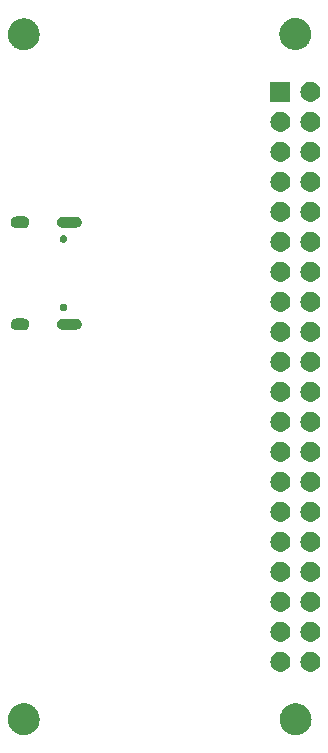
<source format=gbs>
G04 #@! TF.GenerationSoftware,KiCad,Pcbnew,7.0.2-0*
G04 #@! TF.CreationDate,2024-01-07T23:29:45+01:00*
G04 #@! TF.ProjectId,network_player,6e657477-6f72-46b5-9f70-6c617965722e,rev?*
G04 #@! TF.SameCoordinates,Original*
G04 #@! TF.FileFunction,Soldermask,Bot*
G04 #@! TF.FilePolarity,Negative*
%FSLAX46Y46*%
G04 Gerber Fmt 4.6, Leading zero omitted, Abs format (unit mm)*
G04 Created by KiCad (PCBNEW 7.0.2-0) date 2024-01-07 23:29:45*
%MOMM*%
%LPD*%
G01*
G04 APERTURE LIST*
G04 APERTURE END LIST*
G36*
X109046080Y-103988584D02*
G01*
X109102869Y-103988584D01*
X109165460Y-103999028D01*
X109225825Y-104004310D01*
X109273230Y-104017012D01*
X109322759Y-104025277D01*
X109389196Y-104048084D01*
X109453127Y-104065215D01*
X109492290Y-104083477D01*
X109533621Y-104097666D01*
X109601530Y-104134416D01*
X109666400Y-104164666D01*
X109696937Y-104186048D01*
X109729682Y-104203769D01*
X109796336Y-104255648D01*
X109859163Y-104299640D01*
X109881306Y-104321783D01*
X109905613Y-104340702D01*
X109968058Y-104408535D01*
X110025560Y-104466037D01*
X110040072Y-104486763D01*
X110056603Y-104504720D01*
X110111755Y-104589137D01*
X110160534Y-104658800D01*
X110168675Y-104676259D01*
X110178536Y-104691352D01*
X110223286Y-104793371D01*
X110259985Y-104872073D01*
X110263403Y-104884830D01*
X110268087Y-104895508D01*
X110299452Y-105019367D01*
X110320890Y-105099375D01*
X110321511Y-105106478D01*
X110322816Y-105111630D01*
X110338109Y-105296188D01*
X110341400Y-105333800D01*
X110338109Y-105371414D01*
X110322816Y-105555969D01*
X110321511Y-105561119D01*
X110320890Y-105568225D01*
X110299447Y-105648250D01*
X110268087Y-105772091D01*
X110263403Y-105782767D01*
X110259985Y-105795527D01*
X110223278Y-105874243D01*
X110178536Y-105976247D01*
X110168677Y-105991337D01*
X110160534Y-106008800D01*
X110111745Y-106078476D01*
X110056603Y-106162879D01*
X110040075Y-106180832D01*
X110025560Y-106201563D01*
X109968046Y-106259076D01*
X109905613Y-106326897D01*
X109881310Y-106345812D01*
X109859163Y-106367960D01*
X109796323Y-106411960D01*
X109729682Y-106463830D01*
X109696943Y-106481547D01*
X109666400Y-106502934D01*
X109601516Y-106533189D01*
X109533621Y-106569933D01*
X109492298Y-106584119D01*
X109453127Y-106602385D01*
X109389182Y-106619518D01*
X109322759Y-106642322D01*
X109273238Y-106650585D01*
X109225825Y-106663290D01*
X109165457Y-106668571D01*
X109102869Y-106679016D01*
X109046080Y-106679016D01*
X108991400Y-106683800D01*
X108936720Y-106679016D01*
X108879931Y-106679016D01*
X108817342Y-106668571D01*
X108756975Y-106663290D01*
X108709563Y-106650586D01*
X108660040Y-106642322D01*
X108593612Y-106619517D01*
X108529673Y-106602385D01*
X108490504Y-106584120D01*
X108449178Y-106569933D01*
X108381275Y-106533186D01*
X108316400Y-106502934D01*
X108285859Y-106481549D01*
X108253117Y-106463830D01*
X108186466Y-106411953D01*
X108123637Y-106367960D01*
X108101492Y-106345815D01*
X108077186Y-106326897D01*
X108014740Y-106259063D01*
X107957240Y-106201563D01*
X107942727Y-106180836D01*
X107926196Y-106162879D01*
X107871039Y-106078455D01*
X107822266Y-106008800D01*
X107814125Y-105991342D01*
X107804263Y-105976247D01*
X107759504Y-105874207D01*
X107722815Y-105795527D01*
X107719397Y-105782773D01*
X107714712Y-105772091D01*
X107683334Y-105648182D01*
X107661910Y-105568225D01*
X107661288Y-105561125D01*
X107659983Y-105555969D01*
X107644672Y-105371198D01*
X107641400Y-105333800D01*
X107644671Y-105296404D01*
X107659983Y-105111630D01*
X107661289Y-105106472D01*
X107661910Y-105099375D01*
X107683329Y-105019435D01*
X107714712Y-104895508D01*
X107719398Y-104884824D01*
X107722815Y-104872073D01*
X107759497Y-104793408D01*
X107804263Y-104691352D01*
X107814127Y-104676253D01*
X107822266Y-104658800D01*
X107871029Y-104589158D01*
X107926196Y-104504720D01*
X107942730Y-104486759D01*
X107957240Y-104466037D01*
X108014729Y-104408547D01*
X108077186Y-104340702D01*
X108101497Y-104321779D01*
X108123637Y-104299640D01*
X108186453Y-104255655D01*
X108253117Y-104203769D01*
X108285866Y-104186046D01*
X108316400Y-104164666D01*
X108381262Y-104134420D01*
X108449178Y-104097666D01*
X108490512Y-104083475D01*
X108529673Y-104065215D01*
X108593599Y-104048086D01*
X108660040Y-104025277D01*
X108709570Y-104017011D01*
X108756975Y-104004310D01*
X108817338Y-103999028D01*
X108879931Y-103988584D01*
X108936720Y-103988584D01*
X108991400Y-103983800D01*
X109046080Y-103988584D01*
G37*
G36*
X132058480Y-103988584D02*
G01*
X132115269Y-103988584D01*
X132177860Y-103999028D01*
X132238225Y-104004310D01*
X132285630Y-104017012D01*
X132335159Y-104025277D01*
X132401596Y-104048084D01*
X132465527Y-104065215D01*
X132504690Y-104083477D01*
X132546021Y-104097666D01*
X132613930Y-104134416D01*
X132678800Y-104164666D01*
X132709337Y-104186048D01*
X132742082Y-104203769D01*
X132808736Y-104255648D01*
X132871563Y-104299640D01*
X132893706Y-104321783D01*
X132918013Y-104340702D01*
X132980458Y-104408535D01*
X133037960Y-104466037D01*
X133052472Y-104486763D01*
X133069003Y-104504720D01*
X133124155Y-104589137D01*
X133172934Y-104658800D01*
X133181075Y-104676259D01*
X133190936Y-104691352D01*
X133235686Y-104793371D01*
X133272385Y-104872073D01*
X133275803Y-104884830D01*
X133280487Y-104895508D01*
X133311852Y-105019367D01*
X133333290Y-105099375D01*
X133333911Y-105106478D01*
X133335216Y-105111630D01*
X133350509Y-105296188D01*
X133353800Y-105333800D01*
X133350509Y-105371414D01*
X133335216Y-105555969D01*
X133333911Y-105561119D01*
X133333290Y-105568225D01*
X133311847Y-105648250D01*
X133280487Y-105772091D01*
X133275803Y-105782767D01*
X133272385Y-105795527D01*
X133235678Y-105874243D01*
X133190936Y-105976247D01*
X133181077Y-105991337D01*
X133172934Y-106008800D01*
X133124145Y-106078476D01*
X133069003Y-106162879D01*
X133052475Y-106180832D01*
X133037960Y-106201563D01*
X132980446Y-106259076D01*
X132918013Y-106326897D01*
X132893710Y-106345812D01*
X132871563Y-106367960D01*
X132808723Y-106411960D01*
X132742082Y-106463830D01*
X132709343Y-106481547D01*
X132678800Y-106502934D01*
X132613916Y-106533189D01*
X132546021Y-106569933D01*
X132504698Y-106584119D01*
X132465527Y-106602385D01*
X132401582Y-106619518D01*
X132335159Y-106642322D01*
X132285638Y-106650585D01*
X132238225Y-106663290D01*
X132177857Y-106668571D01*
X132115269Y-106679016D01*
X132058480Y-106679016D01*
X132003800Y-106683800D01*
X131949120Y-106679016D01*
X131892331Y-106679016D01*
X131829742Y-106668571D01*
X131769375Y-106663290D01*
X131721963Y-106650586D01*
X131672440Y-106642322D01*
X131606012Y-106619517D01*
X131542073Y-106602385D01*
X131502904Y-106584120D01*
X131461578Y-106569933D01*
X131393675Y-106533186D01*
X131328800Y-106502934D01*
X131298259Y-106481549D01*
X131265517Y-106463830D01*
X131198866Y-106411953D01*
X131136037Y-106367960D01*
X131113892Y-106345815D01*
X131089586Y-106326897D01*
X131027140Y-106259063D01*
X130969640Y-106201563D01*
X130955127Y-106180836D01*
X130938596Y-106162879D01*
X130883439Y-106078455D01*
X130834666Y-106008800D01*
X130826525Y-105991342D01*
X130816663Y-105976247D01*
X130771904Y-105874207D01*
X130735215Y-105795527D01*
X130731797Y-105782773D01*
X130727112Y-105772091D01*
X130695734Y-105648182D01*
X130674310Y-105568225D01*
X130673688Y-105561125D01*
X130672383Y-105555969D01*
X130657072Y-105371198D01*
X130653800Y-105333800D01*
X130657071Y-105296404D01*
X130672383Y-105111630D01*
X130673689Y-105106472D01*
X130674310Y-105099375D01*
X130695729Y-105019435D01*
X130727112Y-104895508D01*
X130731798Y-104884824D01*
X130735215Y-104872073D01*
X130771897Y-104793408D01*
X130816663Y-104691352D01*
X130826527Y-104676253D01*
X130834666Y-104658800D01*
X130883429Y-104589158D01*
X130938596Y-104504720D01*
X130955130Y-104486759D01*
X130969640Y-104466037D01*
X131027129Y-104408547D01*
X131089586Y-104340702D01*
X131113897Y-104321779D01*
X131136037Y-104299640D01*
X131198853Y-104255655D01*
X131265517Y-104203769D01*
X131298266Y-104186046D01*
X131328800Y-104164666D01*
X131393662Y-104134420D01*
X131461578Y-104097666D01*
X131502912Y-104083475D01*
X131542073Y-104065215D01*
X131605999Y-104048086D01*
X131672440Y-104025277D01*
X131721970Y-104017011D01*
X131769375Y-104004310D01*
X131829738Y-103999028D01*
X131892331Y-103988584D01*
X131949120Y-103988584D01*
X132003800Y-103983800D01*
X132058480Y-103988584D01*
G37*
G36*
X130982664Y-99661602D02*
G01*
X131145000Y-99733878D01*
X131288761Y-99838327D01*
X131407664Y-99970383D01*
X131496514Y-100124274D01*
X131551425Y-100293275D01*
X131570000Y-100470000D01*
X131551425Y-100646725D01*
X131496514Y-100815726D01*
X131407664Y-100969617D01*
X131288761Y-101101673D01*
X131145000Y-101206122D01*
X130982664Y-101278398D01*
X130808849Y-101315344D01*
X130631151Y-101315344D01*
X130457336Y-101278398D01*
X130295000Y-101206122D01*
X130151239Y-101101673D01*
X130032336Y-100969617D01*
X129943486Y-100815726D01*
X129888575Y-100646725D01*
X129870000Y-100470000D01*
X129888575Y-100293275D01*
X129943486Y-100124274D01*
X130032336Y-99970383D01*
X130151239Y-99838327D01*
X130295000Y-99733878D01*
X130457336Y-99661602D01*
X130631151Y-99624656D01*
X130808849Y-99624656D01*
X130982664Y-99661602D01*
G37*
G36*
X133522664Y-99661602D02*
G01*
X133685000Y-99733878D01*
X133828761Y-99838327D01*
X133947664Y-99970383D01*
X134036514Y-100124274D01*
X134091425Y-100293275D01*
X134110000Y-100470000D01*
X134091425Y-100646725D01*
X134036514Y-100815726D01*
X133947664Y-100969617D01*
X133828761Y-101101673D01*
X133685000Y-101206122D01*
X133522664Y-101278398D01*
X133348849Y-101315344D01*
X133171151Y-101315344D01*
X132997336Y-101278398D01*
X132835000Y-101206122D01*
X132691239Y-101101673D01*
X132572336Y-100969617D01*
X132483486Y-100815726D01*
X132428575Y-100646725D01*
X132410000Y-100470000D01*
X132428575Y-100293275D01*
X132483486Y-100124274D01*
X132572336Y-99970383D01*
X132691239Y-99838327D01*
X132835000Y-99733878D01*
X132997336Y-99661602D01*
X133171151Y-99624656D01*
X133348849Y-99624656D01*
X133522664Y-99661602D01*
G37*
G36*
X130982664Y-97121602D02*
G01*
X131145000Y-97193878D01*
X131288761Y-97298327D01*
X131407664Y-97430383D01*
X131496514Y-97584274D01*
X131551425Y-97753275D01*
X131570000Y-97930000D01*
X131551425Y-98106725D01*
X131496514Y-98275726D01*
X131407664Y-98429617D01*
X131288761Y-98561673D01*
X131145000Y-98666122D01*
X130982664Y-98738398D01*
X130808849Y-98775344D01*
X130631151Y-98775344D01*
X130457336Y-98738398D01*
X130295000Y-98666122D01*
X130151239Y-98561673D01*
X130032336Y-98429617D01*
X129943486Y-98275726D01*
X129888575Y-98106725D01*
X129870000Y-97930000D01*
X129888575Y-97753275D01*
X129943486Y-97584274D01*
X130032336Y-97430383D01*
X130151239Y-97298327D01*
X130295000Y-97193878D01*
X130457336Y-97121602D01*
X130631151Y-97084656D01*
X130808849Y-97084656D01*
X130982664Y-97121602D01*
G37*
G36*
X133522664Y-97121602D02*
G01*
X133685000Y-97193878D01*
X133828761Y-97298327D01*
X133947664Y-97430383D01*
X134036514Y-97584274D01*
X134091425Y-97753275D01*
X134110000Y-97930000D01*
X134091425Y-98106725D01*
X134036514Y-98275726D01*
X133947664Y-98429617D01*
X133828761Y-98561673D01*
X133685000Y-98666122D01*
X133522664Y-98738398D01*
X133348849Y-98775344D01*
X133171151Y-98775344D01*
X132997336Y-98738398D01*
X132835000Y-98666122D01*
X132691239Y-98561673D01*
X132572336Y-98429617D01*
X132483486Y-98275726D01*
X132428575Y-98106725D01*
X132410000Y-97930000D01*
X132428575Y-97753275D01*
X132483486Y-97584274D01*
X132572336Y-97430383D01*
X132691239Y-97298327D01*
X132835000Y-97193878D01*
X132997336Y-97121602D01*
X133171151Y-97084656D01*
X133348849Y-97084656D01*
X133522664Y-97121602D01*
G37*
G36*
X130982664Y-94581602D02*
G01*
X131145000Y-94653878D01*
X131288761Y-94758327D01*
X131407664Y-94890383D01*
X131496514Y-95044274D01*
X131551425Y-95213275D01*
X131570000Y-95390000D01*
X131551425Y-95566725D01*
X131496514Y-95735726D01*
X131407664Y-95889617D01*
X131288761Y-96021673D01*
X131145000Y-96126122D01*
X130982664Y-96198398D01*
X130808849Y-96235344D01*
X130631151Y-96235344D01*
X130457336Y-96198398D01*
X130295000Y-96126122D01*
X130151239Y-96021673D01*
X130032336Y-95889617D01*
X129943486Y-95735726D01*
X129888575Y-95566725D01*
X129870000Y-95390000D01*
X129888575Y-95213275D01*
X129943486Y-95044274D01*
X130032336Y-94890383D01*
X130151239Y-94758327D01*
X130295000Y-94653878D01*
X130457336Y-94581602D01*
X130631151Y-94544656D01*
X130808849Y-94544656D01*
X130982664Y-94581602D01*
G37*
G36*
X133522664Y-94581602D02*
G01*
X133685000Y-94653878D01*
X133828761Y-94758327D01*
X133947664Y-94890383D01*
X134036514Y-95044274D01*
X134091425Y-95213275D01*
X134110000Y-95390000D01*
X134091425Y-95566725D01*
X134036514Y-95735726D01*
X133947664Y-95889617D01*
X133828761Y-96021673D01*
X133685000Y-96126122D01*
X133522664Y-96198398D01*
X133348849Y-96235344D01*
X133171151Y-96235344D01*
X132997336Y-96198398D01*
X132835000Y-96126122D01*
X132691239Y-96021673D01*
X132572336Y-95889617D01*
X132483486Y-95735726D01*
X132428575Y-95566725D01*
X132410000Y-95390000D01*
X132428575Y-95213275D01*
X132483486Y-95044274D01*
X132572336Y-94890383D01*
X132691239Y-94758327D01*
X132835000Y-94653878D01*
X132997336Y-94581602D01*
X133171151Y-94544656D01*
X133348849Y-94544656D01*
X133522664Y-94581602D01*
G37*
G36*
X130982664Y-92041602D02*
G01*
X131145000Y-92113878D01*
X131288761Y-92218327D01*
X131407664Y-92350383D01*
X131496514Y-92504274D01*
X131551425Y-92673275D01*
X131570000Y-92850000D01*
X131551425Y-93026725D01*
X131496514Y-93195726D01*
X131407664Y-93349617D01*
X131288761Y-93481673D01*
X131145000Y-93586122D01*
X130982664Y-93658398D01*
X130808849Y-93695344D01*
X130631151Y-93695344D01*
X130457336Y-93658398D01*
X130295000Y-93586122D01*
X130151239Y-93481673D01*
X130032336Y-93349617D01*
X129943486Y-93195726D01*
X129888575Y-93026725D01*
X129870000Y-92850000D01*
X129888575Y-92673275D01*
X129943486Y-92504274D01*
X130032336Y-92350383D01*
X130151239Y-92218327D01*
X130295000Y-92113878D01*
X130457336Y-92041602D01*
X130631151Y-92004656D01*
X130808849Y-92004656D01*
X130982664Y-92041602D01*
G37*
G36*
X133522664Y-92041602D02*
G01*
X133685000Y-92113878D01*
X133828761Y-92218327D01*
X133947664Y-92350383D01*
X134036514Y-92504274D01*
X134091425Y-92673275D01*
X134110000Y-92850000D01*
X134091425Y-93026725D01*
X134036514Y-93195726D01*
X133947664Y-93349617D01*
X133828761Y-93481673D01*
X133685000Y-93586122D01*
X133522664Y-93658398D01*
X133348849Y-93695344D01*
X133171151Y-93695344D01*
X132997336Y-93658398D01*
X132835000Y-93586122D01*
X132691239Y-93481673D01*
X132572336Y-93349617D01*
X132483486Y-93195726D01*
X132428575Y-93026725D01*
X132410000Y-92850000D01*
X132428575Y-92673275D01*
X132483486Y-92504274D01*
X132572336Y-92350383D01*
X132691239Y-92218327D01*
X132835000Y-92113878D01*
X132997336Y-92041602D01*
X133171151Y-92004656D01*
X133348849Y-92004656D01*
X133522664Y-92041602D01*
G37*
G36*
X130982664Y-89501602D02*
G01*
X131145000Y-89573878D01*
X131288761Y-89678327D01*
X131407664Y-89810383D01*
X131496514Y-89964274D01*
X131551425Y-90133275D01*
X131570000Y-90310000D01*
X131551425Y-90486725D01*
X131496514Y-90655726D01*
X131407664Y-90809617D01*
X131288761Y-90941673D01*
X131145000Y-91046122D01*
X130982664Y-91118398D01*
X130808849Y-91155344D01*
X130631151Y-91155344D01*
X130457336Y-91118398D01*
X130295000Y-91046122D01*
X130151239Y-90941673D01*
X130032336Y-90809617D01*
X129943486Y-90655726D01*
X129888575Y-90486725D01*
X129870000Y-90310000D01*
X129888575Y-90133275D01*
X129943486Y-89964274D01*
X130032336Y-89810383D01*
X130151239Y-89678327D01*
X130295000Y-89573878D01*
X130457336Y-89501602D01*
X130631151Y-89464656D01*
X130808849Y-89464656D01*
X130982664Y-89501602D01*
G37*
G36*
X133522664Y-89501602D02*
G01*
X133685000Y-89573878D01*
X133828761Y-89678327D01*
X133947664Y-89810383D01*
X134036514Y-89964274D01*
X134091425Y-90133275D01*
X134110000Y-90310000D01*
X134091425Y-90486725D01*
X134036514Y-90655726D01*
X133947664Y-90809617D01*
X133828761Y-90941673D01*
X133685000Y-91046122D01*
X133522664Y-91118398D01*
X133348849Y-91155344D01*
X133171151Y-91155344D01*
X132997336Y-91118398D01*
X132835000Y-91046122D01*
X132691239Y-90941673D01*
X132572336Y-90809617D01*
X132483486Y-90655726D01*
X132428575Y-90486725D01*
X132410000Y-90310000D01*
X132428575Y-90133275D01*
X132483486Y-89964274D01*
X132572336Y-89810383D01*
X132691239Y-89678327D01*
X132835000Y-89573878D01*
X132997336Y-89501602D01*
X133171151Y-89464656D01*
X133348849Y-89464656D01*
X133522664Y-89501602D01*
G37*
G36*
X130982664Y-86961602D02*
G01*
X131145000Y-87033878D01*
X131288761Y-87138327D01*
X131407664Y-87270383D01*
X131496514Y-87424274D01*
X131551425Y-87593275D01*
X131570000Y-87770000D01*
X131551425Y-87946725D01*
X131496514Y-88115726D01*
X131407664Y-88269617D01*
X131288761Y-88401673D01*
X131145000Y-88506122D01*
X130982664Y-88578398D01*
X130808849Y-88615344D01*
X130631151Y-88615344D01*
X130457336Y-88578398D01*
X130295000Y-88506122D01*
X130151239Y-88401673D01*
X130032336Y-88269617D01*
X129943486Y-88115726D01*
X129888575Y-87946725D01*
X129870000Y-87770000D01*
X129888575Y-87593275D01*
X129943486Y-87424274D01*
X130032336Y-87270383D01*
X130151239Y-87138327D01*
X130295000Y-87033878D01*
X130457336Y-86961602D01*
X130631151Y-86924656D01*
X130808849Y-86924656D01*
X130982664Y-86961602D01*
G37*
G36*
X133522664Y-86961602D02*
G01*
X133685000Y-87033878D01*
X133828761Y-87138327D01*
X133947664Y-87270383D01*
X134036514Y-87424274D01*
X134091425Y-87593275D01*
X134110000Y-87770000D01*
X134091425Y-87946725D01*
X134036514Y-88115726D01*
X133947664Y-88269617D01*
X133828761Y-88401673D01*
X133685000Y-88506122D01*
X133522664Y-88578398D01*
X133348849Y-88615344D01*
X133171151Y-88615344D01*
X132997336Y-88578398D01*
X132835000Y-88506122D01*
X132691239Y-88401673D01*
X132572336Y-88269617D01*
X132483486Y-88115726D01*
X132428575Y-87946725D01*
X132410000Y-87770000D01*
X132428575Y-87593275D01*
X132483486Y-87424274D01*
X132572336Y-87270383D01*
X132691239Y-87138327D01*
X132835000Y-87033878D01*
X132997336Y-86961602D01*
X133171151Y-86924656D01*
X133348849Y-86924656D01*
X133522664Y-86961602D01*
G37*
G36*
X130982664Y-84421602D02*
G01*
X131145000Y-84493878D01*
X131288761Y-84598327D01*
X131407664Y-84730383D01*
X131496514Y-84884274D01*
X131551425Y-85053275D01*
X131570000Y-85230000D01*
X131551425Y-85406725D01*
X131496514Y-85575726D01*
X131407664Y-85729617D01*
X131288761Y-85861673D01*
X131145000Y-85966122D01*
X130982664Y-86038398D01*
X130808849Y-86075344D01*
X130631151Y-86075344D01*
X130457336Y-86038398D01*
X130295000Y-85966122D01*
X130151239Y-85861673D01*
X130032336Y-85729617D01*
X129943486Y-85575726D01*
X129888575Y-85406725D01*
X129870000Y-85230000D01*
X129888575Y-85053275D01*
X129943486Y-84884274D01*
X130032336Y-84730383D01*
X130151239Y-84598327D01*
X130295000Y-84493878D01*
X130457336Y-84421602D01*
X130631151Y-84384656D01*
X130808849Y-84384656D01*
X130982664Y-84421602D01*
G37*
G36*
X133522664Y-84421602D02*
G01*
X133685000Y-84493878D01*
X133828761Y-84598327D01*
X133947664Y-84730383D01*
X134036514Y-84884274D01*
X134091425Y-85053275D01*
X134110000Y-85230000D01*
X134091425Y-85406725D01*
X134036514Y-85575726D01*
X133947664Y-85729617D01*
X133828761Y-85861673D01*
X133685000Y-85966122D01*
X133522664Y-86038398D01*
X133348849Y-86075344D01*
X133171151Y-86075344D01*
X132997336Y-86038398D01*
X132835000Y-85966122D01*
X132691239Y-85861673D01*
X132572336Y-85729617D01*
X132483486Y-85575726D01*
X132428575Y-85406725D01*
X132410000Y-85230000D01*
X132428575Y-85053275D01*
X132483486Y-84884274D01*
X132572336Y-84730383D01*
X132691239Y-84598327D01*
X132835000Y-84493878D01*
X132997336Y-84421602D01*
X133171151Y-84384656D01*
X133348849Y-84384656D01*
X133522664Y-84421602D01*
G37*
G36*
X130982664Y-81881602D02*
G01*
X131145000Y-81953878D01*
X131288761Y-82058327D01*
X131407664Y-82190383D01*
X131496514Y-82344274D01*
X131551425Y-82513275D01*
X131570000Y-82690000D01*
X131551425Y-82866725D01*
X131496514Y-83035726D01*
X131407664Y-83189617D01*
X131288761Y-83321673D01*
X131145000Y-83426122D01*
X130982664Y-83498398D01*
X130808849Y-83535344D01*
X130631151Y-83535344D01*
X130457336Y-83498398D01*
X130295000Y-83426122D01*
X130151239Y-83321673D01*
X130032336Y-83189617D01*
X129943486Y-83035726D01*
X129888575Y-82866725D01*
X129870000Y-82690000D01*
X129888575Y-82513275D01*
X129943486Y-82344274D01*
X130032336Y-82190383D01*
X130151239Y-82058327D01*
X130295000Y-81953878D01*
X130457336Y-81881602D01*
X130631151Y-81844656D01*
X130808849Y-81844656D01*
X130982664Y-81881602D01*
G37*
G36*
X133522664Y-81881602D02*
G01*
X133685000Y-81953878D01*
X133828761Y-82058327D01*
X133947664Y-82190383D01*
X134036514Y-82344274D01*
X134091425Y-82513275D01*
X134110000Y-82690000D01*
X134091425Y-82866725D01*
X134036514Y-83035726D01*
X133947664Y-83189617D01*
X133828761Y-83321673D01*
X133685000Y-83426122D01*
X133522664Y-83498398D01*
X133348849Y-83535344D01*
X133171151Y-83535344D01*
X132997336Y-83498398D01*
X132835000Y-83426122D01*
X132691239Y-83321673D01*
X132572336Y-83189617D01*
X132483486Y-83035726D01*
X132428575Y-82866725D01*
X132410000Y-82690000D01*
X132428575Y-82513275D01*
X132483486Y-82344274D01*
X132572336Y-82190383D01*
X132691239Y-82058327D01*
X132835000Y-81953878D01*
X132997336Y-81881602D01*
X133171151Y-81844656D01*
X133348849Y-81844656D01*
X133522664Y-81881602D01*
G37*
G36*
X130982664Y-79341602D02*
G01*
X131145000Y-79413878D01*
X131288761Y-79518327D01*
X131407664Y-79650383D01*
X131496514Y-79804274D01*
X131551425Y-79973275D01*
X131570000Y-80150000D01*
X131551425Y-80326725D01*
X131496514Y-80495726D01*
X131407664Y-80649617D01*
X131288761Y-80781673D01*
X131145000Y-80886122D01*
X130982664Y-80958398D01*
X130808849Y-80995344D01*
X130631151Y-80995344D01*
X130457336Y-80958398D01*
X130295000Y-80886122D01*
X130151239Y-80781673D01*
X130032336Y-80649617D01*
X129943486Y-80495726D01*
X129888575Y-80326725D01*
X129870000Y-80150000D01*
X129888575Y-79973275D01*
X129943486Y-79804274D01*
X130032336Y-79650383D01*
X130151239Y-79518327D01*
X130295000Y-79413878D01*
X130457336Y-79341602D01*
X130631151Y-79304656D01*
X130808849Y-79304656D01*
X130982664Y-79341602D01*
G37*
G36*
X133522664Y-79341602D02*
G01*
X133685000Y-79413878D01*
X133828761Y-79518327D01*
X133947664Y-79650383D01*
X134036514Y-79804274D01*
X134091425Y-79973275D01*
X134110000Y-80150000D01*
X134091425Y-80326725D01*
X134036514Y-80495726D01*
X133947664Y-80649617D01*
X133828761Y-80781673D01*
X133685000Y-80886122D01*
X133522664Y-80958398D01*
X133348849Y-80995344D01*
X133171151Y-80995344D01*
X132997336Y-80958398D01*
X132835000Y-80886122D01*
X132691239Y-80781673D01*
X132572336Y-80649617D01*
X132483486Y-80495726D01*
X132428575Y-80326725D01*
X132410000Y-80150000D01*
X132428575Y-79973275D01*
X132483486Y-79804274D01*
X132572336Y-79650383D01*
X132691239Y-79518327D01*
X132835000Y-79413878D01*
X132997336Y-79341602D01*
X133171151Y-79304656D01*
X133348849Y-79304656D01*
X133522664Y-79341602D01*
G37*
G36*
X130982664Y-76801602D02*
G01*
X131145000Y-76873878D01*
X131288761Y-76978327D01*
X131407664Y-77110383D01*
X131496514Y-77264274D01*
X131551425Y-77433275D01*
X131570000Y-77610000D01*
X131551425Y-77786725D01*
X131496514Y-77955726D01*
X131407664Y-78109617D01*
X131288761Y-78241673D01*
X131145000Y-78346122D01*
X130982664Y-78418398D01*
X130808849Y-78455344D01*
X130631151Y-78455344D01*
X130457336Y-78418398D01*
X130295000Y-78346122D01*
X130151239Y-78241673D01*
X130032336Y-78109617D01*
X129943486Y-77955726D01*
X129888575Y-77786725D01*
X129870000Y-77610000D01*
X129888575Y-77433275D01*
X129943486Y-77264274D01*
X130032336Y-77110383D01*
X130151239Y-76978327D01*
X130295000Y-76873878D01*
X130457336Y-76801602D01*
X130631151Y-76764656D01*
X130808849Y-76764656D01*
X130982664Y-76801602D01*
G37*
G36*
X133522664Y-76801602D02*
G01*
X133685000Y-76873878D01*
X133828761Y-76978327D01*
X133947664Y-77110383D01*
X134036514Y-77264274D01*
X134091425Y-77433275D01*
X134110000Y-77610000D01*
X134091425Y-77786725D01*
X134036514Y-77955726D01*
X133947664Y-78109617D01*
X133828761Y-78241673D01*
X133685000Y-78346122D01*
X133522664Y-78418398D01*
X133348849Y-78455344D01*
X133171151Y-78455344D01*
X132997336Y-78418398D01*
X132835000Y-78346122D01*
X132691239Y-78241673D01*
X132572336Y-78109617D01*
X132483486Y-77955726D01*
X132428575Y-77786725D01*
X132410000Y-77610000D01*
X132428575Y-77433275D01*
X132483486Y-77264274D01*
X132572336Y-77110383D01*
X132691239Y-76978327D01*
X132835000Y-76873878D01*
X132997336Y-76801602D01*
X133171151Y-76764656D01*
X133348849Y-76764656D01*
X133522664Y-76801602D01*
G37*
G36*
X130982664Y-74261602D02*
G01*
X131145000Y-74333878D01*
X131288761Y-74438327D01*
X131407664Y-74570383D01*
X131496514Y-74724274D01*
X131551425Y-74893275D01*
X131570000Y-75070000D01*
X131551425Y-75246725D01*
X131496514Y-75415726D01*
X131407664Y-75569617D01*
X131288761Y-75701673D01*
X131145000Y-75806122D01*
X130982664Y-75878398D01*
X130808849Y-75915344D01*
X130631151Y-75915344D01*
X130457336Y-75878398D01*
X130295000Y-75806122D01*
X130151239Y-75701673D01*
X130032336Y-75569617D01*
X129943486Y-75415726D01*
X129888575Y-75246725D01*
X129870000Y-75070000D01*
X129888575Y-74893275D01*
X129943486Y-74724274D01*
X130032336Y-74570383D01*
X130151239Y-74438327D01*
X130295000Y-74333878D01*
X130457336Y-74261602D01*
X130631151Y-74224656D01*
X130808849Y-74224656D01*
X130982664Y-74261602D01*
G37*
G36*
X133522664Y-74261602D02*
G01*
X133685000Y-74333878D01*
X133828761Y-74438327D01*
X133947664Y-74570383D01*
X134036514Y-74724274D01*
X134091425Y-74893275D01*
X134110000Y-75070000D01*
X134091425Y-75246725D01*
X134036514Y-75415726D01*
X133947664Y-75569617D01*
X133828761Y-75701673D01*
X133685000Y-75806122D01*
X133522664Y-75878398D01*
X133348849Y-75915344D01*
X133171151Y-75915344D01*
X132997336Y-75878398D01*
X132835000Y-75806122D01*
X132691239Y-75701673D01*
X132572336Y-75569617D01*
X132483486Y-75415726D01*
X132428575Y-75246725D01*
X132410000Y-75070000D01*
X132428575Y-74893275D01*
X132483486Y-74724274D01*
X132572336Y-74570383D01*
X132691239Y-74438327D01*
X132835000Y-74333878D01*
X132997336Y-74261602D01*
X133171151Y-74224656D01*
X133348849Y-74224656D01*
X133522664Y-74261602D01*
G37*
G36*
X108971580Y-71400227D02*
G01*
X109036327Y-71404655D01*
X109072113Y-71414682D01*
X109110866Y-71420254D01*
X109140817Y-71433932D01*
X109169008Y-71441831D01*
X109201863Y-71461810D01*
X109240320Y-71479373D01*
X109262857Y-71498901D01*
X109285242Y-71512514D01*
X109313562Y-71542837D01*
X109347875Y-71572570D01*
X109362316Y-71595041D01*
X109378093Y-71611934D01*
X109398568Y-71651450D01*
X109424816Y-71692292D01*
X109431465Y-71714939D01*
X109440680Y-71732722D01*
X109450348Y-71779246D01*
X109464911Y-71828843D01*
X109464910Y-71849325D01*
X109468357Y-71865908D01*
X109464911Y-71916290D01*
X109464911Y-71971157D01*
X109460018Y-71987818D01*
X109459074Y-72001631D01*
X109441177Y-72051984D01*
X109424816Y-72107708D01*
X109417113Y-72119692D01*
X109413517Y-72129813D01*
X109381050Y-72175808D01*
X109347875Y-72227430D01*
X109339473Y-72234709D01*
X109335069Y-72240950D01*
X109289307Y-72278178D01*
X109240320Y-72320627D01*
X109233050Y-72323947D01*
X109229542Y-72326801D01*
X109173431Y-72351173D01*
X109110866Y-72379746D01*
X109106062Y-72380436D01*
X109104770Y-72380998D01*
X109045461Y-72389149D01*
X108970000Y-72400000D01*
X108966524Y-72400000D01*
X108371742Y-72400000D01*
X108370000Y-72400000D01*
X108368419Y-72399772D01*
X108303672Y-72395344D01*
X108267891Y-72385318D01*
X108229134Y-72379746D01*
X108199178Y-72366065D01*
X108170991Y-72358168D01*
X108138139Y-72338190D01*
X108099680Y-72320627D01*
X108077141Y-72301097D01*
X108054757Y-72287485D01*
X108026437Y-72257162D01*
X107992125Y-72227430D01*
X107977683Y-72204958D01*
X107961906Y-72188065D01*
X107941428Y-72148545D01*
X107915184Y-72107708D01*
X107908534Y-72085062D01*
X107899319Y-72067277D01*
X107889649Y-72020744D01*
X107875089Y-71971157D01*
X107875089Y-71950678D01*
X107871642Y-71934091D01*
X107875089Y-71883693D01*
X107875089Y-71828843D01*
X107879979Y-71812186D01*
X107880925Y-71798368D01*
X107898828Y-71747993D01*
X107915184Y-71692292D01*
X107922883Y-71680311D01*
X107926482Y-71670186D01*
X107958967Y-71624164D01*
X107992125Y-71572570D01*
X108000521Y-71565294D01*
X108004930Y-71559049D01*
X108050726Y-71521791D01*
X108099680Y-71479373D01*
X108106944Y-71476055D01*
X108110457Y-71473198D01*
X108166633Y-71448796D01*
X108229134Y-71420254D01*
X108233932Y-71419564D01*
X108235229Y-71419001D01*
X108294640Y-71410835D01*
X108370000Y-71400000D01*
X108970000Y-71400000D01*
X108971580Y-71400227D01*
G37*
G36*
X113517069Y-71455026D02*
G01*
X113548275Y-71464651D01*
X113576633Y-71468729D01*
X113608139Y-71483117D01*
X113645248Y-71494564D01*
X113669683Y-71511223D01*
X113693006Y-71521875D01*
X113721430Y-71546504D01*
X113756078Y-71570127D01*
X113772594Y-71590837D01*
X113789691Y-71605652D01*
X113811620Y-71639775D01*
X113839711Y-71675000D01*
X113848266Y-71696798D01*
X113858859Y-71713281D01*
X113871109Y-71755000D01*
X113888718Y-71799866D01*
X113890237Y-71820143D01*
X113894903Y-71836032D01*
X113894903Y-71882400D01*
X113898742Y-71933629D01*
X113894903Y-71950448D01*
X113894903Y-71963967D01*
X113881046Y-72011157D01*
X113868893Y-72064403D01*
X113861808Y-72076674D01*
X113858859Y-72086718D01*
X113830815Y-72130354D01*
X113801824Y-72180570D01*
X113793701Y-72188106D01*
X113789691Y-72194347D01*
X113748642Y-72229915D01*
X113703494Y-72271807D01*
X113696295Y-72275273D01*
X113693006Y-72278124D01*
X113642144Y-72301351D01*
X113582640Y-72330008D01*
X113577798Y-72330737D01*
X113576633Y-72331270D01*
X113525265Y-72338655D01*
X113450000Y-72350000D01*
X113446366Y-72350000D01*
X112253634Y-72350000D01*
X112250000Y-72350000D01*
X112182931Y-72344974D01*
X112151720Y-72335346D01*
X112123366Y-72331270D01*
X112091864Y-72316883D01*
X112054752Y-72305436D01*
X112030314Y-72288774D01*
X112006993Y-72278124D01*
X111978570Y-72253496D01*
X111943922Y-72229873D01*
X111927405Y-72209161D01*
X111910308Y-72194347D01*
X111888377Y-72160222D01*
X111860289Y-72125000D01*
X111851734Y-72103203D01*
X111841140Y-72086718D01*
X111828889Y-72044996D01*
X111811282Y-72000134D01*
X111809762Y-71979855D01*
X111805097Y-71963967D01*
X111805097Y-71917599D01*
X111801258Y-71866371D01*
X111805097Y-71849551D01*
X111805097Y-71836032D01*
X111818956Y-71788832D01*
X111831107Y-71735597D01*
X111838189Y-71723330D01*
X111841140Y-71713281D01*
X111869198Y-71669620D01*
X111898176Y-71619430D01*
X111906294Y-71611896D01*
X111910308Y-71605652D01*
X111951388Y-71570056D01*
X111996506Y-71528193D01*
X112003699Y-71524728D01*
X112006993Y-71521875D01*
X112057914Y-71498619D01*
X112117360Y-71469992D01*
X112122196Y-71469262D01*
X112123366Y-71468729D01*
X112174834Y-71461329D01*
X112250000Y-71450000D01*
X113450000Y-71450000D01*
X113517069Y-71455026D01*
G37*
G36*
X130982664Y-71721602D02*
G01*
X131145000Y-71793878D01*
X131288761Y-71898327D01*
X131407664Y-72030383D01*
X131496514Y-72184274D01*
X131551425Y-72353275D01*
X131570000Y-72530000D01*
X131551425Y-72706725D01*
X131496514Y-72875726D01*
X131407664Y-73029617D01*
X131288761Y-73161673D01*
X131145000Y-73266122D01*
X130982664Y-73338398D01*
X130808849Y-73375344D01*
X130631151Y-73375344D01*
X130457336Y-73338398D01*
X130295000Y-73266122D01*
X130151239Y-73161673D01*
X130032336Y-73029617D01*
X129943486Y-72875726D01*
X129888575Y-72706725D01*
X129870000Y-72530000D01*
X129888575Y-72353275D01*
X129943486Y-72184274D01*
X130032336Y-72030383D01*
X130151239Y-71898327D01*
X130295000Y-71793878D01*
X130457336Y-71721602D01*
X130631151Y-71684656D01*
X130808849Y-71684656D01*
X130982664Y-71721602D01*
G37*
G36*
X133522664Y-71721602D02*
G01*
X133685000Y-71793878D01*
X133828761Y-71898327D01*
X133947664Y-72030383D01*
X134036514Y-72184274D01*
X134091425Y-72353275D01*
X134110000Y-72530000D01*
X134091425Y-72706725D01*
X134036514Y-72875726D01*
X133947664Y-73029617D01*
X133828761Y-73161673D01*
X133685000Y-73266122D01*
X133522664Y-73338398D01*
X133348849Y-73375344D01*
X133171151Y-73375344D01*
X132997336Y-73338398D01*
X132835000Y-73266122D01*
X132691239Y-73161673D01*
X132572336Y-73029617D01*
X132483486Y-72875726D01*
X132428575Y-72706725D01*
X132410000Y-72530000D01*
X132428575Y-72353275D01*
X132483486Y-72184274D01*
X132572336Y-72030383D01*
X132691239Y-71898327D01*
X132835000Y-71793878D01*
X132997336Y-71721602D01*
X133171151Y-71684656D01*
X133348849Y-71684656D01*
X133522664Y-71721602D01*
G37*
G36*
X130982664Y-69181602D02*
G01*
X131145000Y-69253878D01*
X131288761Y-69358327D01*
X131407664Y-69490383D01*
X131496514Y-69644274D01*
X131551425Y-69813275D01*
X131570000Y-69990000D01*
X131551425Y-70166725D01*
X131496514Y-70335726D01*
X131407664Y-70489617D01*
X131288761Y-70621673D01*
X131145000Y-70726122D01*
X130982664Y-70798398D01*
X130808849Y-70835344D01*
X130631151Y-70835344D01*
X130457336Y-70798398D01*
X130295000Y-70726122D01*
X130151239Y-70621673D01*
X130032336Y-70489617D01*
X129943486Y-70335726D01*
X129888575Y-70166725D01*
X129870000Y-69990000D01*
X129888575Y-69813275D01*
X129943486Y-69644274D01*
X130032336Y-69490383D01*
X130151239Y-69358327D01*
X130295000Y-69253878D01*
X130457336Y-69181602D01*
X130631151Y-69144656D01*
X130808849Y-69144656D01*
X130982664Y-69181602D01*
G37*
G36*
X133522664Y-69181602D02*
G01*
X133685000Y-69253878D01*
X133828761Y-69358327D01*
X133947664Y-69490383D01*
X134036514Y-69644274D01*
X134091425Y-69813275D01*
X134110000Y-69990000D01*
X134091425Y-70166725D01*
X134036514Y-70335726D01*
X133947664Y-70489617D01*
X133828761Y-70621673D01*
X133685000Y-70726122D01*
X133522664Y-70798398D01*
X133348849Y-70835344D01*
X133171151Y-70835344D01*
X132997336Y-70798398D01*
X132835000Y-70726122D01*
X132691239Y-70621673D01*
X132572336Y-70489617D01*
X132483486Y-70335726D01*
X132428575Y-70166725D01*
X132410000Y-69990000D01*
X132428575Y-69813275D01*
X132483486Y-69644274D01*
X132572336Y-69490383D01*
X132691239Y-69358327D01*
X132835000Y-69253878D01*
X132997336Y-69181602D01*
X133171151Y-69144656D01*
X133348849Y-69144656D01*
X133522664Y-69181602D01*
G37*
G36*
X112377174Y-70149937D02*
G01*
X112406436Y-70149937D01*
X112428978Y-70158141D01*
X112450237Y-70161509D01*
X112480265Y-70176809D01*
X112512500Y-70188542D01*
X112526735Y-70200487D01*
X112540658Y-70207581D01*
X112569175Y-70236098D01*
X112598964Y-70261094D01*
X112605511Y-70272434D01*
X112612418Y-70279341D01*
X112634345Y-70322375D01*
X112655400Y-70358843D01*
X112656708Y-70366266D01*
X112658490Y-70369762D01*
X112668770Y-70434668D01*
X112675000Y-70470000D01*
X112668769Y-70505335D01*
X112658490Y-70570237D01*
X112656709Y-70573731D01*
X112655400Y-70581157D01*
X112634340Y-70617631D01*
X112612418Y-70660658D01*
X112605512Y-70667563D01*
X112598964Y-70678906D01*
X112569168Y-70703907D01*
X112540658Y-70732418D01*
X112526738Y-70739510D01*
X112512500Y-70751458D01*
X112480258Y-70763193D01*
X112450237Y-70778490D01*
X112428983Y-70781856D01*
X112406436Y-70790063D01*
X112377168Y-70790063D01*
X112350000Y-70794366D01*
X112322832Y-70790063D01*
X112293564Y-70790063D01*
X112271017Y-70781856D01*
X112249762Y-70778490D01*
X112219737Y-70763191D01*
X112187500Y-70751458D01*
X112173262Y-70739511D01*
X112159341Y-70732418D01*
X112130824Y-70703901D01*
X112101036Y-70678906D01*
X112094488Y-70667565D01*
X112087581Y-70660658D01*
X112065650Y-70617617D01*
X112044600Y-70581157D01*
X112043291Y-70573734D01*
X112041509Y-70570237D01*
X112031220Y-70505279D01*
X112025000Y-70470000D01*
X112031220Y-70434723D01*
X112041509Y-70369762D01*
X112043291Y-70366263D01*
X112044600Y-70358843D01*
X112065646Y-70322390D01*
X112087581Y-70279341D01*
X112094489Y-70272432D01*
X112101036Y-70261094D01*
X112130818Y-70236103D01*
X112159341Y-70207581D01*
X112173265Y-70200485D01*
X112187500Y-70188542D01*
X112219731Y-70176810D01*
X112249762Y-70161509D01*
X112271022Y-70158141D01*
X112293564Y-70149937D01*
X112322825Y-70149937D01*
X112350000Y-70145633D01*
X112377174Y-70149937D01*
G37*
G36*
X130982664Y-66641602D02*
G01*
X131145000Y-66713878D01*
X131288761Y-66818327D01*
X131407664Y-66950383D01*
X131496514Y-67104274D01*
X131551425Y-67273275D01*
X131570000Y-67450000D01*
X131551425Y-67626725D01*
X131496514Y-67795726D01*
X131407664Y-67949617D01*
X131288761Y-68081673D01*
X131145000Y-68186122D01*
X130982664Y-68258398D01*
X130808849Y-68295344D01*
X130631151Y-68295344D01*
X130457336Y-68258398D01*
X130295000Y-68186122D01*
X130151239Y-68081673D01*
X130032336Y-67949617D01*
X129943486Y-67795726D01*
X129888575Y-67626725D01*
X129870000Y-67450000D01*
X129888575Y-67273275D01*
X129943486Y-67104274D01*
X130032336Y-66950383D01*
X130151239Y-66818327D01*
X130295000Y-66713878D01*
X130457336Y-66641602D01*
X130631151Y-66604656D01*
X130808849Y-66604656D01*
X130982664Y-66641602D01*
G37*
G36*
X133522664Y-66641602D02*
G01*
X133685000Y-66713878D01*
X133828761Y-66818327D01*
X133947664Y-66950383D01*
X134036514Y-67104274D01*
X134091425Y-67273275D01*
X134110000Y-67450000D01*
X134091425Y-67626725D01*
X134036514Y-67795726D01*
X133947664Y-67949617D01*
X133828761Y-68081673D01*
X133685000Y-68186122D01*
X133522664Y-68258398D01*
X133348849Y-68295344D01*
X133171151Y-68295344D01*
X132997336Y-68258398D01*
X132835000Y-68186122D01*
X132691239Y-68081673D01*
X132572336Y-67949617D01*
X132483486Y-67795726D01*
X132428575Y-67626725D01*
X132410000Y-67450000D01*
X132428575Y-67273275D01*
X132483486Y-67104274D01*
X132572336Y-66950383D01*
X132691239Y-66818327D01*
X132835000Y-66713878D01*
X132997336Y-66641602D01*
X133171151Y-66604656D01*
X133348849Y-66604656D01*
X133522664Y-66641602D01*
G37*
G36*
X130982664Y-64101602D02*
G01*
X131145000Y-64173878D01*
X131288761Y-64278327D01*
X131407664Y-64410383D01*
X131496514Y-64564274D01*
X131551425Y-64733275D01*
X131570000Y-64910000D01*
X131551425Y-65086725D01*
X131496514Y-65255726D01*
X131407664Y-65409617D01*
X131288761Y-65541673D01*
X131145000Y-65646122D01*
X130982664Y-65718398D01*
X130808849Y-65755344D01*
X130631151Y-65755344D01*
X130457336Y-65718398D01*
X130295000Y-65646122D01*
X130151239Y-65541673D01*
X130032336Y-65409617D01*
X129943486Y-65255726D01*
X129888575Y-65086725D01*
X129870000Y-64910000D01*
X129888575Y-64733275D01*
X129943486Y-64564274D01*
X130032336Y-64410383D01*
X130151239Y-64278327D01*
X130295000Y-64173878D01*
X130457336Y-64101602D01*
X130631151Y-64064656D01*
X130808849Y-64064656D01*
X130982664Y-64101602D01*
G37*
G36*
X133522664Y-64101602D02*
G01*
X133685000Y-64173878D01*
X133828761Y-64278327D01*
X133947664Y-64410383D01*
X134036514Y-64564274D01*
X134091425Y-64733275D01*
X134110000Y-64910000D01*
X134091425Y-65086725D01*
X134036514Y-65255726D01*
X133947664Y-65409617D01*
X133828761Y-65541673D01*
X133685000Y-65646122D01*
X133522664Y-65718398D01*
X133348849Y-65755344D01*
X133171151Y-65755344D01*
X132997336Y-65718398D01*
X132835000Y-65646122D01*
X132691239Y-65541673D01*
X132572336Y-65409617D01*
X132483486Y-65255726D01*
X132428575Y-65086725D01*
X132410000Y-64910000D01*
X132428575Y-64733275D01*
X132483486Y-64564274D01*
X132572336Y-64410383D01*
X132691239Y-64278327D01*
X132835000Y-64173878D01*
X132997336Y-64101602D01*
X133171151Y-64064656D01*
X133348849Y-64064656D01*
X133522664Y-64101602D01*
G37*
G36*
X112377174Y-64369937D02*
G01*
X112406436Y-64369937D01*
X112428978Y-64378141D01*
X112450237Y-64381509D01*
X112480265Y-64396809D01*
X112512500Y-64408542D01*
X112526735Y-64420487D01*
X112540658Y-64427581D01*
X112569175Y-64456098D01*
X112598964Y-64481094D01*
X112605511Y-64492434D01*
X112612418Y-64499341D01*
X112634345Y-64542375D01*
X112655400Y-64578843D01*
X112656708Y-64586266D01*
X112658490Y-64589762D01*
X112668770Y-64654668D01*
X112675000Y-64690000D01*
X112668769Y-64725335D01*
X112658490Y-64790237D01*
X112656709Y-64793731D01*
X112655400Y-64801157D01*
X112634340Y-64837631D01*
X112612418Y-64880658D01*
X112605512Y-64887563D01*
X112598964Y-64898906D01*
X112569168Y-64923907D01*
X112540658Y-64952418D01*
X112526738Y-64959510D01*
X112512500Y-64971458D01*
X112480258Y-64983193D01*
X112450237Y-64998490D01*
X112428983Y-65001856D01*
X112406436Y-65010063D01*
X112377168Y-65010063D01*
X112350000Y-65014366D01*
X112322832Y-65010063D01*
X112293564Y-65010063D01*
X112271017Y-65001856D01*
X112249762Y-64998490D01*
X112219737Y-64983191D01*
X112187500Y-64971458D01*
X112173262Y-64959511D01*
X112159341Y-64952418D01*
X112130824Y-64923901D01*
X112101036Y-64898906D01*
X112094488Y-64887565D01*
X112087581Y-64880658D01*
X112065650Y-64837617D01*
X112044600Y-64801157D01*
X112043291Y-64793734D01*
X112041509Y-64790237D01*
X112031220Y-64725279D01*
X112025000Y-64690000D01*
X112031220Y-64654723D01*
X112041509Y-64589762D01*
X112043291Y-64586263D01*
X112044600Y-64578843D01*
X112065646Y-64542390D01*
X112087581Y-64499341D01*
X112094489Y-64492432D01*
X112101036Y-64481094D01*
X112130818Y-64456103D01*
X112159341Y-64427581D01*
X112173265Y-64420485D01*
X112187500Y-64408542D01*
X112219731Y-64396810D01*
X112249762Y-64381509D01*
X112271022Y-64378141D01*
X112293564Y-64369937D01*
X112322825Y-64369937D01*
X112350000Y-64365633D01*
X112377174Y-64369937D01*
G37*
G36*
X108971580Y-62760227D02*
G01*
X109036327Y-62764655D01*
X109072113Y-62774682D01*
X109110866Y-62780254D01*
X109140817Y-62793932D01*
X109169008Y-62801831D01*
X109201863Y-62821810D01*
X109240320Y-62839373D01*
X109262857Y-62858901D01*
X109285242Y-62872514D01*
X109313562Y-62902837D01*
X109347875Y-62932570D01*
X109362316Y-62955041D01*
X109378093Y-62971934D01*
X109398568Y-63011450D01*
X109424816Y-63052292D01*
X109431465Y-63074939D01*
X109440680Y-63092722D01*
X109450348Y-63139246D01*
X109464911Y-63188843D01*
X109464910Y-63209325D01*
X109468357Y-63225908D01*
X109464911Y-63276290D01*
X109464911Y-63331157D01*
X109460018Y-63347818D01*
X109459074Y-63361631D01*
X109441177Y-63411984D01*
X109424816Y-63467708D01*
X109417113Y-63479692D01*
X109413517Y-63489813D01*
X109381050Y-63535808D01*
X109347875Y-63587430D01*
X109339473Y-63594709D01*
X109335069Y-63600950D01*
X109289307Y-63638178D01*
X109240320Y-63680627D01*
X109233050Y-63683947D01*
X109229542Y-63686801D01*
X109173431Y-63711173D01*
X109110866Y-63739746D01*
X109106062Y-63740436D01*
X109104770Y-63740998D01*
X109045461Y-63749149D01*
X108970000Y-63760000D01*
X108966524Y-63760000D01*
X108371742Y-63760000D01*
X108370000Y-63760000D01*
X108368419Y-63759772D01*
X108303672Y-63755344D01*
X108267891Y-63745318D01*
X108229134Y-63739746D01*
X108199178Y-63726065D01*
X108170991Y-63718168D01*
X108138139Y-63698190D01*
X108099680Y-63680627D01*
X108077141Y-63661097D01*
X108054757Y-63647485D01*
X108026437Y-63617162D01*
X107992125Y-63587430D01*
X107977683Y-63564958D01*
X107961906Y-63548065D01*
X107941428Y-63508545D01*
X107915184Y-63467708D01*
X107908534Y-63445062D01*
X107899319Y-63427277D01*
X107889649Y-63380744D01*
X107875089Y-63331157D01*
X107875089Y-63310678D01*
X107871642Y-63294091D01*
X107875089Y-63243693D01*
X107875089Y-63188843D01*
X107879979Y-63172186D01*
X107880925Y-63158368D01*
X107898828Y-63107993D01*
X107915184Y-63052292D01*
X107922883Y-63040311D01*
X107926482Y-63030186D01*
X107958967Y-62984164D01*
X107992125Y-62932570D01*
X108000521Y-62925294D01*
X108004930Y-62919049D01*
X108050726Y-62881791D01*
X108099680Y-62839373D01*
X108106944Y-62836055D01*
X108110457Y-62833198D01*
X108166633Y-62808796D01*
X108229134Y-62780254D01*
X108233932Y-62779564D01*
X108235229Y-62779001D01*
X108294640Y-62770835D01*
X108370000Y-62760000D01*
X108970000Y-62760000D01*
X108971580Y-62760227D01*
G37*
G36*
X113517069Y-62815026D02*
G01*
X113548275Y-62824651D01*
X113576633Y-62828729D01*
X113608139Y-62843117D01*
X113645248Y-62854564D01*
X113669683Y-62871223D01*
X113693006Y-62881875D01*
X113721430Y-62906504D01*
X113756078Y-62930127D01*
X113772594Y-62950837D01*
X113789691Y-62965652D01*
X113811620Y-62999775D01*
X113839711Y-63035000D01*
X113848266Y-63056798D01*
X113858859Y-63073281D01*
X113871109Y-63115000D01*
X113888718Y-63159866D01*
X113890237Y-63180143D01*
X113894903Y-63196032D01*
X113894903Y-63242400D01*
X113898742Y-63293629D01*
X113894903Y-63310448D01*
X113894903Y-63323967D01*
X113881046Y-63371157D01*
X113868893Y-63424403D01*
X113861808Y-63436674D01*
X113858859Y-63446718D01*
X113830815Y-63490354D01*
X113801824Y-63540570D01*
X113793701Y-63548106D01*
X113789691Y-63554347D01*
X113748642Y-63589915D01*
X113703494Y-63631807D01*
X113696295Y-63635273D01*
X113693006Y-63638124D01*
X113642144Y-63661351D01*
X113582640Y-63690008D01*
X113577798Y-63690737D01*
X113576633Y-63691270D01*
X113525265Y-63698655D01*
X113450000Y-63710000D01*
X113446366Y-63710000D01*
X112253634Y-63710000D01*
X112250000Y-63710000D01*
X112182931Y-63704974D01*
X112151720Y-63695346D01*
X112123366Y-63691270D01*
X112091864Y-63676883D01*
X112054752Y-63665436D01*
X112030314Y-63648774D01*
X112006993Y-63638124D01*
X111978570Y-63613496D01*
X111943922Y-63589873D01*
X111927405Y-63569161D01*
X111910308Y-63554347D01*
X111888377Y-63520222D01*
X111860289Y-63485000D01*
X111851734Y-63463203D01*
X111841140Y-63446718D01*
X111828889Y-63404996D01*
X111811282Y-63360134D01*
X111809762Y-63339855D01*
X111805097Y-63323967D01*
X111805097Y-63277599D01*
X111801258Y-63226371D01*
X111805097Y-63209551D01*
X111805097Y-63196032D01*
X111818956Y-63148832D01*
X111831107Y-63095597D01*
X111838189Y-63083330D01*
X111841140Y-63073281D01*
X111869198Y-63029620D01*
X111898176Y-62979430D01*
X111906294Y-62971896D01*
X111910308Y-62965652D01*
X111951388Y-62930056D01*
X111996506Y-62888193D01*
X112003699Y-62884728D01*
X112006993Y-62881875D01*
X112057914Y-62858619D01*
X112117360Y-62829992D01*
X112122196Y-62829262D01*
X112123366Y-62828729D01*
X112174834Y-62821329D01*
X112250000Y-62810000D01*
X113450000Y-62810000D01*
X113517069Y-62815026D01*
G37*
G36*
X130982664Y-61561602D02*
G01*
X131145000Y-61633878D01*
X131288761Y-61738327D01*
X131407664Y-61870383D01*
X131496514Y-62024274D01*
X131551425Y-62193275D01*
X131570000Y-62370000D01*
X131551425Y-62546725D01*
X131496514Y-62715726D01*
X131407664Y-62869617D01*
X131288761Y-63001673D01*
X131145000Y-63106122D01*
X130982664Y-63178398D01*
X130808849Y-63215344D01*
X130631151Y-63215344D01*
X130457336Y-63178398D01*
X130295000Y-63106122D01*
X130151239Y-63001673D01*
X130032336Y-62869617D01*
X129943486Y-62715726D01*
X129888575Y-62546725D01*
X129870000Y-62370000D01*
X129888575Y-62193275D01*
X129943486Y-62024274D01*
X130032336Y-61870383D01*
X130151239Y-61738327D01*
X130295000Y-61633878D01*
X130457336Y-61561602D01*
X130631151Y-61524656D01*
X130808849Y-61524656D01*
X130982664Y-61561602D01*
G37*
G36*
X133522664Y-61561602D02*
G01*
X133685000Y-61633878D01*
X133828761Y-61738327D01*
X133947664Y-61870383D01*
X134036514Y-62024274D01*
X134091425Y-62193275D01*
X134110000Y-62370000D01*
X134091425Y-62546725D01*
X134036514Y-62715726D01*
X133947664Y-62869617D01*
X133828761Y-63001673D01*
X133685000Y-63106122D01*
X133522664Y-63178398D01*
X133348849Y-63215344D01*
X133171151Y-63215344D01*
X132997336Y-63178398D01*
X132835000Y-63106122D01*
X132691239Y-63001673D01*
X132572336Y-62869617D01*
X132483486Y-62715726D01*
X132428575Y-62546725D01*
X132410000Y-62370000D01*
X132428575Y-62193275D01*
X132483486Y-62024274D01*
X132572336Y-61870383D01*
X132691239Y-61738327D01*
X132835000Y-61633878D01*
X132997336Y-61561602D01*
X133171151Y-61524656D01*
X133348849Y-61524656D01*
X133522664Y-61561602D01*
G37*
G36*
X130982664Y-59021602D02*
G01*
X131145000Y-59093878D01*
X131288761Y-59198327D01*
X131407664Y-59330383D01*
X131496514Y-59484274D01*
X131551425Y-59653275D01*
X131570000Y-59830000D01*
X131551425Y-60006725D01*
X131496514Y-60175726D01*
X131407664Y-60329617D01*
X131288761Y-60461673D01*
X131145000Y-60566122D01*
X130982664Y-60638398D01*
X130808849Y-60675344D01*
X130631151Y-60675344D01*
X130457336Y-60638398D01*
X130295000Y-60566122D01*
X130151239Y-60461673D01*
X130032336Y-60329617D01*
X129943486Y-60175726D01*
X129888575Y-60006725D01*
X129870000Y-59830000D01*
X129888575Y-59653275D01*
X129943486Y-59484274D01*
X130032336Y-59330383D01*
X130151239Y-59198327D01*
X130295000Y-59093878D01*
X130457336Y-59021602D01*
X130631151Y-58984656D01*
X130808849Y-58984656D01*
X130982664Y-59021602D01*
G37*
G36*
X133522664Y-59021602D02*
G01*
X133685000Y-59093878D01*
X133828761Y-59198327D01*
X133947664Y-59330383D01*
X134036514Y-59484274D01*
X134091425Y-59653275D01*
X134110000Y-59830000D01*
X134091425Y-60006725D01*
X134036514Y-60175726D01*
X133947664Y-60329617D01*
X133828761Y-60461673D01*
X133685000Y-60566122D01*
X133522664Y-60638398D01*
X133348849Y-60675344D01*
X133171151Y-60675344D01*
X132997336Y-60638398D01*
X132835000Y-60566122D01*
X132691239Y-60461673D01*
X132572336Y-60329617D01*
X132483486Y-60175726D01*
X132428575Y-60006725D01*
X132410000Y-59830000D01*
X132428575Y-59653275D01*
X132483486Y-59484274D01*
X132572336Y-59330383D01*
X132691239Y-59198327D01*
X132835000Y-59093878D01*
X132997336Y-59021602D01*
X133171151Y-58984656D01*
X133348849Y-58984656D01*
X133522664Y-59021602D01*
G37*
G36*
X130982664Y-56481602D02*
G01*
X131145000Y-56553878D01*
X131288761Y-56658327D01*
X131407664Y-56790383D01*
X131496514Y-56944274D01*
X131551425Y-57113275D01*
X131570000Y-57290000D01*
X131551425Y-57466725D01*
X131496514Y-57635726D01*
X131407664Y-57789617D01*
X131288761Y-57921673D01*
X131145000Y-58026122D01*
X130982664Y-58098398D01*
X130808849Y-58135344D01*
X130631151Y-58135344D01*
X130457336Y-58098398D01*
X130295000Y-58026122D01*
X130151239Y-57921673D01*
X130032336Y-57789617D01*
X129943486Y-57635726D01*
X129888575Y-57466725D01*
X129870000Y-57290000D01*
X129888575Y-57113275D01*
X129943486Y-56944274D01*
X130032336Y-56790383D01*
X130151239Y-56658327D01*
X130295000Y-56553878D01*
X130457336Y-56481602D01*
X130631151Y-56444656D01*
X130808849Y-56444656D01*
X130982664Y-56481602D01*
G37*
G36*
X133522664Y-56481602D02*
G01*
X133685000Y-56553878D01*
X133828761Y-56658327D01*
X133947664Y-56790383D01*
X134036514Y-56944274D01*
X134091425Y-57113275D01*
X134110000Y-57290000D01*
X134091425Y-57466725D01*
X134036514Y-57635726D01*
X133947664Y-57789617D01*
X133828761Y-57921673D01*
X133685000Y-58026122D01*
X133522664Y-58098398D01*
X133348849Y-58135344D01*
X133171151Y-58135344D01*
X132997336Y-58098398D01*
X132835000Y-58026122D01*
X132691239Y-57921673D01*
X132572336Y-57789617D01*
X132483486Y-57635726D01*
X132428575Y-57466725D01*
X132410000Y-57290000D01*
X132428575Y-57113275D01*
X132483486Y-56944274D01*
X132572336Y-56790383D01*
X132691239Y-56658327D01*
X132835000Y-56553878D01*
X132997336Y-56481602D01*
X133171151Y-56444656D01*
X133348849Y-56444656D01*
X133522664Y-56481602D01*
G37*
G36*
X130982664Y-53941602D02*
G01*
X131145000Y-54013878D01*
X131288761Y-54118327D01*
X131407664Y-54250383D01*
X131496514Y-54404274D01*
X131551425Y-54573275D01*
X131570000Y-54750000D01*
X131551425Y-54926725D01*
X131496514Y-55095726D01*
X131407664Y-55249617D01*
X131288761Y-55381673D01*
X131145000Y-55486122D01*
X130982664Y-55558398D01*
X130808849Y-55595344D01*
X130631151Y-55595344D01*
X130457336Y-55558398D01*
X130295000Y-55486122D01*
X130151239Y-55381673D01*
X130032336Y-55249617D01*
X129943486Y-55095726D01*
X129888575Y-54926725D01*
X129870000Y-54750000D01*
X129888575Y-54573275D01*
X129943486Y-54404274D01*
X130032336Y-54250383D01*
X130151239Y-54118327D01*
X130295000Y-54013878D01*
X130457336Y-53941602D01*
X130631151Y-53904656D01*
X130808849Y-53904656D01*
X130982664Y-53941602D01*
G37*
G36*
X133522664Y-53941602D02*
G01*
X133685000Y-54013878D01*
X133828761Y-54118327D01*
X133947664Y-54250383D01*
X134036514Y-54404274D01*
X134091425Y-54573275D01*
X134110000Y-54750000D01*
X134091425Y-54926725D01*
X134036514Y-55095726D01*
X133947664Y-55249617D01*
X133828761Y-55381673D01*
X133685000Y-55486122D01*
X133522664Y-55558398D01*
X133348849Y-55595344D01*
X133171151Y-55595344D01*
X132997336Y-55558398D01*
X132835000Y-55486122D01*
X132691239Y-55381673D01*
X132572336Y-55249617D01*
X132483486Y-55095726D01*
X132428575Y-54926725D01*
X132410000Y-54750000D01*
X132428575Y-54573275D01*
X132483486Y-54404274D01*
X132572336Y-54250383D01*
X132691239Y-54118327D01*
X132835000Y-54013878D01*
X132997336Y-53941602D01*
X133171151Y-53904656D01*
X133348849Y-53904656D01*
X133522664Y-53941602D01*
G37*
G36*
X131570000Y-53060000D02*
G01*
X129870000Y-53060000D01*
X129870000Y-51360000D01*
X131570000Y-51360000D01*
X131570000Y-53060000D01*
G37*
G36*
X133522664Y-51401602D02*
G01*
X133685000Y-51473878D01*
X133828761Y-51578327D01*
X133947664Y-51710383D01*
X134036514Y-51864274D01*
X134091425Y-52033275D01*
X134110000Y-52210000D01*
X134091425Y-52386725D01*
X134036514Y-52555726D01*
X133947664Y-52709617D01*
X133828761Y-52841673D01*
X133685000Y-52946122D01*
X133522664Y-53018398D01*
X133348849Y-53055344D01*
X133171151Y-53055344D01*
X132997336Y-53018398D01*
X132835000Y-52946122D01*
X132691239Y-52841673D01*
X132572336Y-52709617D01*
X132483486Y-52555726D01*
X132428575Y-52386725D01*
X132410000Y-52210000D01*
X132428575Y-52033275D01*
X132483486Y-51864274D01*
X132572336Y-51710383D01*
X132691239Y-51578327D01*
X132835000Y-51473878D01*
X132997336Y-51401602D01*
X133171151Y-51364656D01*
X133348849Y-51364656D01*
X133522664Y-51401602D01*
G37*
G36*
X109046080Y-46000384D02*
G01*
X109102869Y-46000384D01*
X109165460Y-46010828D01*
X109225825Y-46016110D01*
X109273230Y-46028812D01*
X109322759Y-46037077D01*
X109389196Y-46059884D01*
X109453127Y-46077015D01*
X109492290Y-46095277D01*
X109533621Y-46109466D01*
X109601530Y-46146216D01*
X109666400Y-46176466D01*
X109696937Y-46197848D01*
X109729682Y-46215569D01*
X109796336Y-46267448D01*
X109859163Y-46311440D01*
X109881306Y-46333583D01*
X109905613Y-46352502D01*
X109968058Y-46420335D01*
X110025560Y-46477837D01*
X110040072Y-46498563D01*
X110056603Y-46516520D01*
X110111755Y-46600937D01*
X110160534Y-46670600D01*
X110168675Y-46688059D01*
X110178536Y-46703152D01*
X110223286Y-46805171D01*
X110259985Y-46883873D01*
X110263403Y-46896630D01*
X110268087Y-46907308D01*
X110299452Y-47031167D01*
X110320890Y-47111175D01*
X110321511Y-47118278D01*
X110322816Y-47123430D01*
X110338109Y-47307988D01*
X110341400Y-47345600D01*
X110338109Y-47383214D01*
X110322816Y-47567769D01*
X110321511Y-47572919D01*
X110320890Y-47580025D01*
X110299447Y-47660050D01*
X110268087Y-47783891D01*
X110263403Y-47794567D01*
X110259985Y-47807327D01*
X110223278Y-47886043D01*
X110178536Y-47988047D01*
X110168677Y-48003137D01*
X110160534Y-48020600D01*
X110111745Y-48090276D01*
X110056603Y-48174679D01*
X110040075Y-48192632D01*
X110025560Y-48213363D01*
X109968046Y-48270876D01*
X109905613Y-48338697D01*
X109881310Y-48357612D01*
X109859163Y-48379760D01*
X109796323Y-48423760D01*
X109729682Y-48475630D01*
X109696943Y-48493347D01*
X109666400Y-48514734D01*
X109601516Y-48544989D01*
X109533621Y-48581733D01*
X109492298Y-48595919D01*
X109453127Y-48614185D01*
X109389182Y-48631318D01*
X109322759Y-48654122D01*
X109273238Y-48662385D01*
X109225825Y-48675090D01*
X109165457Y-48680371D01*
X109102869Y-48690816D01*
X109046080Y-48690816D01*
X108991400Y-48695600D01*
X108936720Y-48690816D01*
X108879931Y-48690816D01*
X108817342Y-48680371D01*
X108756975Y-48675090D01*
X108709563Y-48662386D01*
X108660040Y-48654122D01*
X108593612Y-48631317D01*
X108529673Y-48614185D01*
X108490504Y-48595920D01*
X108449178Y-48581733D01*
X108381275Y-48544986D01*
X108316400Y-48514734D01*
X108285859Y-48493349D01*
X108253117Y-48475630D01*
X108186466Y-48423753D01*
X108123637Y-48379760D01*
X108101492Y-48357615D01*
X108077186Y-48338697D01*
X108014740Y-48270863D01*
X107957240Y-48213363D01*
X107942727Y-48192636D01*
X107926196Y-48174679D01*
X107871039Y-48090255D01*
X107822266Y-48020600D01*
X107814125Y-48003142D01*
X107804263Y-47988047D01*
X107759504Y-47886007D01*
X107722815Y-47807327D01*
X107719397Y-47794573D01*
X107714712Y-47783891D01*
X107683334Y-47659982D01*
X107661910Y-47580025D01*
X107661288Y-47572925D01*
X107659983Y-47567769D01*
X107644673Y-47383013D01*
X107641400Y-47345600D01*
X107644670Y-47308219D01*
X107659983Y-47123430D01*
X107661289Y-47118272D01*
X107661910Y-47111175D01*
X107683329Y-47031235D01*
X107714712Y-46907308D01*
X107719398Y-46896624D01*
X107722815Y-46883873D01*
X107759497Y-46805208D01*
X107804263Y-46703152D01*
X107814127Y-46688053D01*
X107822266Y-46670600D01*
X107871029Y-46600958D01*
X107926196Y-46516520D01*
X107942730Y-46498559D01*
X107957240Y-46477837D01*
X108014729Y-46420347D01*
X108077186Y-46352502D01*
X108101497Y-46333579D01*
X108123637Y-46311440D01*
X108186453Y-46267455D01*
X108253117Y-46215569D01*
X108285866Y-46197846D01*
X108316400Y-46176466D01*
X108381262Y-46146220D01*
X108449178Y-46109466D01*
X108490512Y-46095275D01*
X108529673Y-46077015D01*
X108593599Y-46059886D01*
X108660040Y-46037077D01*
X108709570Y-46028811D01*
X108756975Y-46016110D01*
X108817338Y-46010828D01*
X108879931Y-46000384D01*
X108936720Y-46000384D01*
X108991400Y-45995600D01*
X109046080Y-46000384D01*
G37*
G36*
X132033080Y-45974984D02*
G01*
X132089869Y-45974984D01*
X132152460Y-45985428D01*
X132212825Y-45990710D01*
X132260230Y-46003412D01*
X132309759Y-46011677D01*
X132376196Y-46034484D01*
X132440127Y-46051615D01*
X132479290Y-46069877D01*
X132520621Y-46084066D01*
X132588530Y-46120816D01*
X132653400Y-46151066D01*
X132683937Y-46172448D01*
X132716682Y-46190169D01*
X132783336Y-46242048D01*
X132846163Y-46286040D01*
X132868306Y-46308183D01*
X132892613Y-46327102D01*
X132955058Y-46394935D01*
X133012560Y-46452437D01*
X133027072Y-46473163D01*
X133043603Y-46491120D01*
X133098755Y-46575537D01*
X133147534Y-46645200D01*
X133155675Y-46662659D01*
X133165536Y-46677752D01*
X133210286Y-46779771D01*
X133246985Y-46858473D01*
X133250403Y-46871230D01*
X133255087Y-46881908D01*
X133286452Y-47005767D01*
X133307890Y-47085775D01*
X133308511Y-47092878D01*
X133309816Y-47098030D01*
X133325109Y-47282588D01*
X133328400Y-47320200D01*
X133325109Y-47357814D01*
X133309816Y-47542369D01*
X133308511Y-47547519D01*
X133307890Y-47554625D01*
X133286447Y-47634650D01*
X133255087Y-47758491D01*
X133250403Y-47769167D01*
X133246985Y-47781927D01*
X133210278Y-47860643D01*
X133165536Y-47962647D01*
X133155677Y-47977737D01*
X133147534Y-47995200D01*
X133098745Y-48064876D01*
X133043603Y-48149279D01*
X133027075Y-48167232D01*
X133012560Y-48187963D01*
X132955046Y-48245476D01*
X132892613Y-48313297D01*
X132868310Y-48332212D01*
X132846163Y-48354360D01*
X132783323Y-48398360D01*
X132716682Y-48450230D01*
X132683943Y-48467947D01*
X132653400Y-48489334D01*
X132588516Y-48519589D01*
X132520621Y-48556333D01*
X132479298Y-48570519D01*
X132440127Y-48588785D01*
X132376182Y-48605918D01*
X132309759Y-48628722D01*
X132260238Y-48636985D01*
X132212825Y-48649690D01*
X132152457Y-48654971D01*
X132089869Y-48665416D01*
X132033080Y-48665416D01*
X131978400Y-48670200D01*
X131923720Y-48665416D01*
X131866931Y-48665416D01*
X131804342Y-48654971D01*
X131743975Y-48649690D01*
X131696563Y-48636986D01*
X131647040Y-48628722D01*
X131580612Y-48605917D01*
X131516673Y-48588785D01*
X131477504Y-48570520D01*
X131436178Y-48556333D01*
X131368275Y-48519586D01*
X131303400Y-48489334D01*
X131272859Y-48467949D01*
X131240117Y-48450230D01*
X131173466Y-48398353D01*
X131110637Y-48354360D01*
X131088492Y-48332215D01*
X131064186Y-48313297D01*
X131001740Y-48245463D01*
X130944240Y-48187963D01*
X130929727Y-48167236D01*
X130913196Y-48149279D01*
X130858039Y-48064855D01*
X130809266Y-47995200D01*
X130801125Y-47977742D01*
X130791263Y-47962647D01*
X130746504Y-47860607D01*
X130709815Y-47781927D01*
X130706397Y-47769173D01*
X130701712Y-47758491D01*
X130670334Y-47634582D01*
X130648910Y-47554625D01*
X130648288Y-47547525D01*
X130646983Y-47542369D01*
X130631672Y-47357598D01*
X130628400Y-47320200D01*
X130631671Y-47282804D01*
X130646983Y-47098030D01*
X130648289Y-47092872D01*
X130648910Y-47085775D01*
X130670329Y-47005835D01*
X130701712Y-46881908D01*
X130706398Y-46871224D01*
X130709815Y-46858473D01*
X130746497Y-46779808D01*
X130791263Y-46677752D01*
X130801127Y-46662653D01*
X130809266Y-46645200D01*
X130858029Y-46575558D01*
X130913196Y-46491120D01*
X130929730Y-46473159D01*
X130944240Y-46452437D01*
X131001729Y-46394947D01*
X131064186Y-46327102D01*
X131088497Y-46308179D01*
X131110637Y-46286040D01*
X131173453Y-46242055D01*
X131240117Y-46190169D01*
X131272866Y-46172446D01*
X131303400Y-46151066D01*
X131368262Y-46120820D01*
X131436178Y-46084066D01*
X131477512Y-46069875D01*
X131516673Y-46051615D01*
X131580599Y-46034486D01*
X131647040Y-46011677D01*
X131696570Y-46003411D01*
X131743975Y-45990710D01*
X131804338Y-45985428D01*
X131866931Y-45974984D01*
X131923720Y-45974984D01*
X131978400Y-45970200D01*
X132033080Y-45974984D01*
G37*
M02*

</source>
